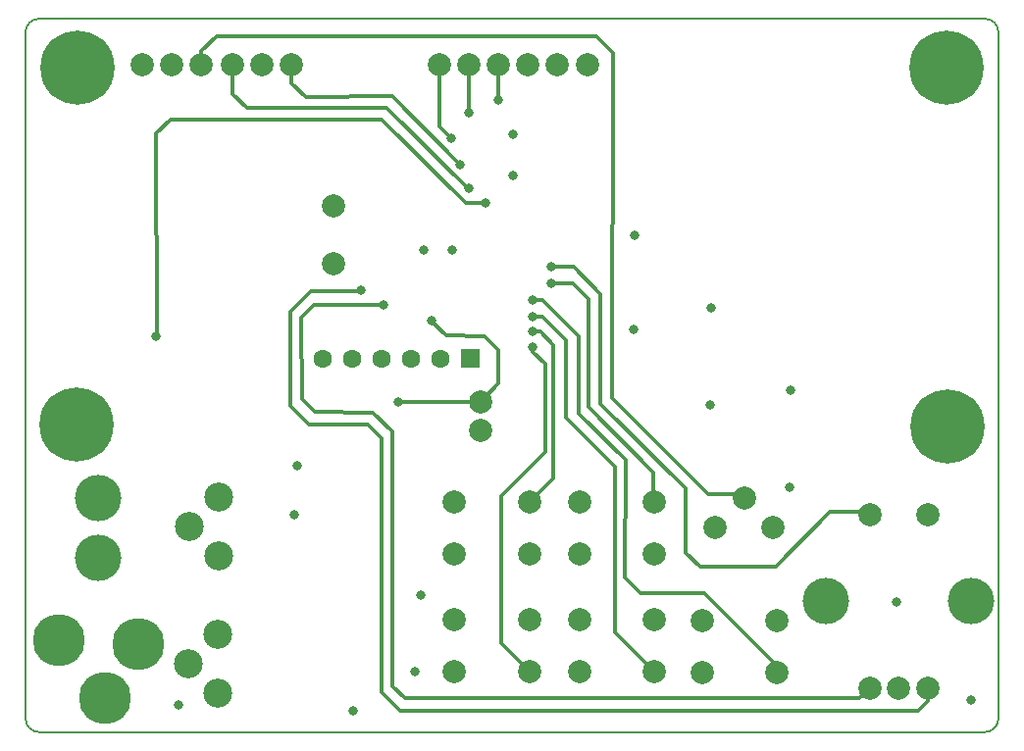
<source format=gbr>
%FSLAX34Y34*%
%MOMM*%
%LNCOPPER_TOP*%
G71*
G01*
%ADD10C, 4.50*%
%ADD11C, 4.00*%
%ADD12C, 2.00*%
%ADD13C, 2.50*%
%ADD14C, 6.40*%
%ADD15C, 0.60*%
%ADD16C, 1.60*%
%ADD17C, 0.81*%
%ADD18C, 0.30*%
%ADD19C, 0.80*%
%ADD20C, 0.20*%
%LPD*%
X145836Y437050D02*
G54D10*
D03*
X77574Y440225D02*
G54D10*
D03*
X111661Y510948D02*
G54D11*
D03*
X111661Y562948D02*
G54D11*
D03*
X591741Y559594D02*
G54D12*
D03*
X526740Y559594D02*
G54D12*
D03*
X526740Y514594D02*
G54D12*
D03*
X591741Y514594D02*
G54D12*
D03*
X483791Y559594D02*
G54D12*
D03*
X418790Y559594D02*
G54D12*
D03*
X418790Y514594D02*
G54D12*
D03*
X483791Y514594D02*
G54D12*
D03*
X117601Y390215D02*
G54D10*
D03*
X669131Y562622D02*
G54D12*
D03*
X644131Y537622D02*
G54D12*
D03*
X694131Y537622D02*
G54D12*
D03*
X215682Y563537D02*
G54D13*
D03*
X190282Y538137D02*
G54D13*
D03*
X215682Y512737D02*
G54D13*
D03*
X777478Y398937D02*
G54D12*
D03*
X827478Y398937D02*
G54D12*
D03*
X802478Y398937D02*
G54D12*
D03*
X777478Y548937D02*
G54D12*
D03*
X827478Y548937D02*
G54D12*
D03*
X739978Y473937D02*
G54D11*
D03*
X864978Y473937D02*
G54D11*
D03*
X483791Y412994D02*
G54D12*
D03*
X418790Y412994D02*
G54D12*
D03*
X418790Y457994D02*
G54D12*
D03*
X483791Y457994D02*
G54D12*
D03*
X214491Y445268D02*
G54D13*
D03*
X189090Y419869D02*
G54D13*
D03*
X214491Y394468D02*
G54D13*
D03*
X149864Y937623D02*
G54D12*
D03*
X175265Y937624D02*
G54D12*
D03*
X200665Y937624D02*
G54D12*
D03*
X227255Y937624D02*
G54D12*
D03*
X252655Y937623D02*
G54D12*
D03*
X278055Y937624D02*
G54D12*
D03*
X405849Y937624D02*
G54D12*
D03*
X431249Y937624D02*
G54D12*
D03*
X456649Y937624D02*
G54D12*
D03*
X482049Y937624D02*
G54D12*
D03*
X507449Y937623D02*
G54D12*
D03*
X534039Y937623D02*
G54D12*
D03*
X844947Y624954D02*
G54D14*
D03*
X868947Y624954D02*
G54D15*
D03*
X861917Y607983D02*
G54D15*
D03*
X844947Y600954D02*
G54D15*
D03*
X827976Y607983D02*
G54D15*
D03*
X820947Y624954D02*
G54D15*
D03*
X827976Y641924D02*
G54D15*
D03*
X844947Y648954D02*
G54D15*
D03*
X861917Y641924D02*
G54D15*
D03*
X844153Y934913D02*
G54D14*
D03*
X868153Y934913D02*
G54D15*
D03*
X861124Y917942D02*
G54D15*
D03*
X844153Y910913D02*
G54D15*
D03*
X827183Y917942D02*
G54D15*
D03*
X820153Y934913D02*
G54D15*
D03*
X827183Y951883D02*
G54D15*
D03*
X844153Y958913D02*
G54D15*
D03*
X861124Y951883D02*
G54D15*
D03*
X93266Y934913D02*
G54D14*
D03*
X117266Y934913D02*
G54D15*
D03*
X110236Y917942D02*
G54D15*
D03*
X93266Y910913D02*
G54D15*
D03*
X76295Y917942D02*
G54D15*
D03*
X69266Y934913D02*
G54D15*
D03*
X76295Y951883D02*
G54D15*
D03*
X93266Y958913D02*
G54D15*
D03*
X110236Y951883D02*
G54D15*
D03*
X92869Y626541D02*
G54D14*
D03*
X116869Y626541D02*
G54D15*
D03*
X109839Y609570D02*
G54D15*
D03*
X92869Y602541D02*
G54D15*
D03*
X75898Y609570D02*
G54D15*
D03*
X68869Y626541D02*
G54D15*
D03*
X75898Y643512D02*
G54D15*
D03*
X92869Y650541D02*
G54D15*
D03*
X109839Y643512D02*
G54D15*
D03*
X591741Y412994D02*
G54D12*
D03*
X526740Y412994D02*
G54D12*
D03*
X526740Y457994D02*
G54D12*
D03*
X591741Y457994D02*
G54D12*
D03*
G36*
X440401Y691360D02*
X440401Y675360D01*
X424401Y675360D01*
X424401Y691360D01*
X440401Y691360D01*
G37*
X407002Y683360D02*
G54D16*
D03*
X381602Y683360D02*
G54D16*
D03*
X356202Y683360D02*
G54D16*
D03*
X330802Y683360D02*
G54D16*
D03*
X305402Y683360D02*
G54D16*
D03*
X399207Y716396D02*
G54D17*
D03*
X370235Y646149D02*
G54D17*
D03*
X314568Y765132D02*
G54D12*
D03*
X314568Y815132D02*
G54D12*
D03*
X457200Y906859D02*
G54D17*
D03*
G54D18*
X457200Y905271D02*
X456649Y937624D01*
X431800Y895746D02*
G54D17*
D03*
G54D18*
X431800Y895746D02*
X431249Y937624D01*
X415925Y873521D02*
G54D17*
D03*
G54D18*
X405849Y937624D02*
X405849Y883597D01*
X415925Y873521D01*
X431800Y830659D02*
G54D17*
D03*
X423862Y851296D02*
G54D17*
D03*
X445691Y817959D02*
G54D17*
D03*
X338138Y742156D02*
G54D17*
D03*
X161208Y702960D02*
G54D17*
D03*
X357981Y729853D02*
G54D17*
D03*
G54D18*
X278055Y937624D02*
X278452Y921300D01*
X290512Y909240D01*
X365125Y910034D01*
X423862Y851296D01*
G54D18*
X430212Y830659D02*
X360362Y899715D01*
X239712Y899715D01*
X227652Y911775D01*
X227652Y935639D01*
X227255Y936036D01*
G54D18*
X445691Y817959D02*
X428625Y817959D01*
X356394Y890190D01*
X173831Y889947D01*
X161771Y877887D01*
X161925Y703677D01*
X161208Y702960D01*
G54D18*
X368300Y646112D02*
X441325Y646112D01*
X457200Y661987D01*
X456803Y690805D01*
X444743Y702865D01*
X411944Y703262D01*
X398810Y716396D01*
X697706Y412200D02*
G54D12*
D03*
X632706Y412200D02*
G54D12*
D03*
X632706Y457200D02*
G54D12*
D03*
X697706Y457200D02*
G54D12*
D03*
X486916Y733858D02*
G54D17*
D03*
X486916Y719968D02*
G54D17*
D03*
X486916Y706871D02*
G54D17*
D03*
X486916Y693377D02*
G54D17*
D03*
X502791Y762433D02*
G54D17*
D03*
X502791Y748543D02*
G54D17*
D03*
G54D18*
X502791Y762433D02*
X522251Y762433D01*
X545306Y739378D01*
X545306Y644524D01*
X618331Y571896D01*
X618971Y515937D01*
X631031Y503877D01*
X696119Y503634D01*
X742950Y550862D01*
X775553Y550862D01*
X777478Y548937D01*
G54D18*
X502791Y748543D02*
X520943Y748506D01*
X534591Y735255D01*
X534591Y641350D01*
X590550Y585390D01*
X590947Y560387D01*
X591741Y559594D01*
G54D18*
X200665Y937624D02*
X200665Y948774D01*
X213916Y962024D01*
X541338Y962024D01*
X555625Y947737D01*
X555228Y649287D01*
X637778Y566737D01*
X665016Y566737D01*
X669131Y562622D01*
G54D18*
X827478Y398937D02*
X827478Y387740D01*
X819150Y379412D01*
G54D18*
X777478Y398937D02*
X768668Y390128D01*
X376634Y389974D01*
X365522Y400843D01*
X365125Y620955D01*
X348699Y636984D01*
X298450Y637381D01*
X287338Y648493D01*
X286941Y718740D01*
X298053Y729853D01*
X357981Y729853D01*
G54D18*
X827478Y398937D02*
X827478Y387740D01*
X819150Y379412D01*
X371872Y379412D01*
X355997Y395287D01*
X355997Y614605D01*
X344334Y626665D01*
X293688Y626665D01*
X277416Y642937D01*
X277416Y724296D01*
X294878Y741759D01*
X337741Y741759D01*
X338138Y742156D01*
G54D18*
X697706Y412200D02*
X697706Y418306D01*
X635000Y481012D01*
X579438Y481012D01*
X566340Y494109D01*
X567134Y595709D01*
X526256Y635793D01*
X526256Y702865D01*
X495263Y733858D01*
X486916Y733858D01*
G54D18*
X486916Y719968D02*
X494866Y719968D01*
X515541Y699293D01*
X515541Y632221D01*
X558006Y589756D01*
X557609Y446881D01*
X591741Y412994D01*
G54D18*
X487313Y706871D02*
X492882Y706871D01*
X504428Y695324D01*
X504428Y579834D01*
X484188Y559594D01*
G54D18*
X486916Y693377D02*
X486916Y689421D01*
X497284Y679053D01*
X497284Y602456D01*
X459184Y564356D01*
X459184Y437600D01*
X483791Y412994D01*
X441325Y646112D02*
G54D12*
D03*
X441325Y621112D02*
G54D12*
D03*
X574343Y790057D02*
G54D19*
D03*
X640621Y727351D02*
G54D19*
D03*
X573288Y708767D02*
G54D19*
D03*
X639827Y643610D02*
G54D19*
D03*
X392574Y776960D02*
G54D19*
D03*
X416782Y777359D02*
G54D19*
D03*
X283036Y590826D02*
G54D19*
D03*
X280406Y548626D02*
G54D19*
D03*
X180773Y384766D02*
G54D19*
D03*
X865252Y388420D02*
G54D19*
D03*
X390193Y479304D02*
G54D19*
D03*
X385033Y413423D02*
G54D19*
D03*
X469568Y876973D02*
G54D19*
D03*
X469568Y841254D02*
G54D19*
D03*
X800561Y472954D02*
G54D19*
D03*
X331586Y379607D02*
G54D19*
D03*
X708883Y656310D02*
G54D19*
D03*
X708090Y572570D02*
G54D19*
D03*
G54D20*
X60325Y976959D02*
X877078Y976959D01*
G54D20*
G75*
G01X60325Y976959D02*
G03X48815Y965449I0J-11510D01*
G01*
G54D20*
G75*
G01X888588Y965449D02*
G03X877078Y976959I-11510J0D01*
G01*
G54D20*
X48815Y965449D02*
X48815Y372534D01*
G54D20*
G75*
G01X877078Y361024D02*
G03X888588Y372534I0J11510D01*
G01*
G54D20*
X888588Y965449D02*
X888588Y372534D01*
G54D20*
G75*
G01X48815Y372534D02*
G03X60325Y361024I11510J0D01*
G01*
G54D20*
X877078Y361024D02*
X60325Y361024D01*
M02*

</source>
